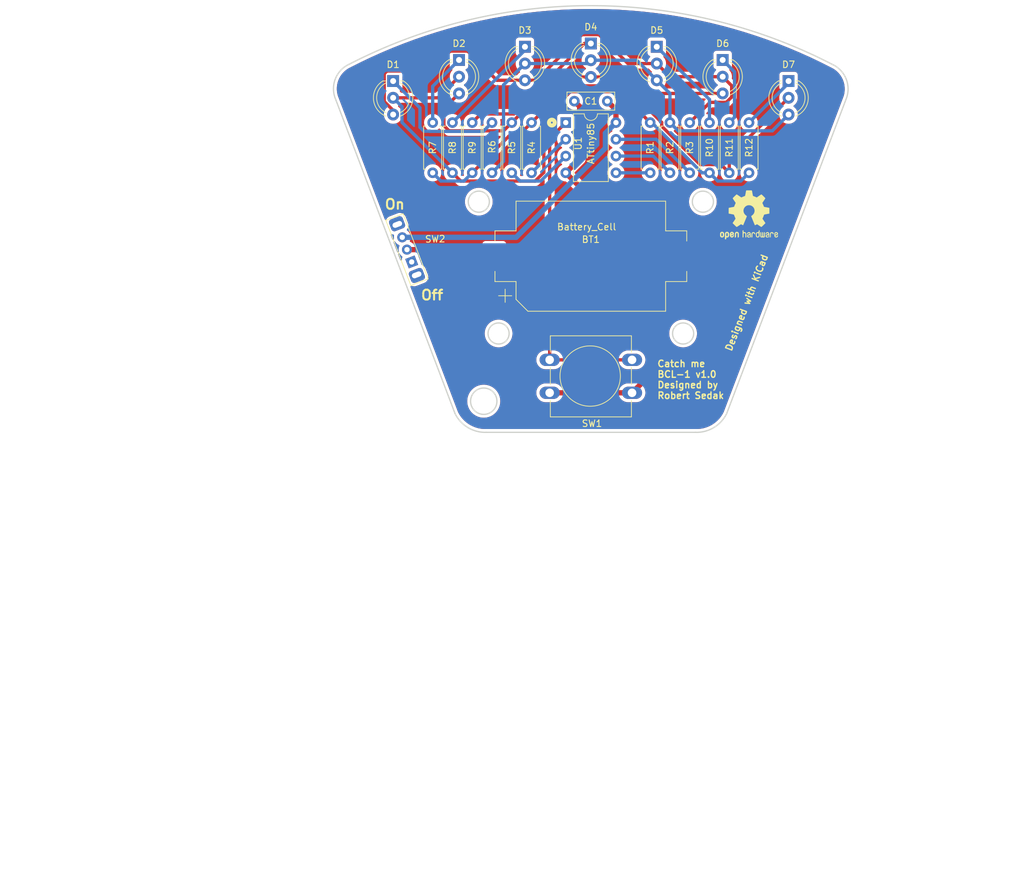
<source format=kicad_pcb>
(kicad_pcb (version 20211014) (generator pcbnew)
  (title_block (title "ATtiny85 Catch me Bi-color LED 1") (date "2025-10-23") (rev "1.0") (company "Designed by Robert Sedak") (comment 1 "License: CC-BY-SA 4.0") (comment 4 "Open Source Hardware (OSHW)"))
  (layers (0 "F.Cu" signal) (31 "B.Cu" signal) (34 "B.Paste" user) (35 "F.Paste" user) (36 "B.SilkS" user "B.Silkscreen") (37 "F.SilkS" user "F.Silkscreen") (38 "B.Mask" user) (39 "F.Mask" user) (44 "Edge.Cuts" user))
  (net 0 "")
  (net 1 "Net-(SW1-Pad2)")
  (net 2 "PB1")
  (net 3 "Net-(BT1-Pad2)")
  (net 4 "Net-(BT1-Pad1)")
  (net 5 "Net-(C1-Pad1)")
  (net 7 "PB0R")
  (net 8 "PB1R")
  (net 9 "PB2")
  (net 10 "Net-(D1-Pad1)")
  (net 11 "Net-(D2-Pad1)")
  (net 12 "PB0")
  (net 13 "PB2R")
  (net 14 "Net-(D3-Pad1)")
  (net 15 "PB3R")
  (net 16 "Net-(D4-Pad1)")
  (net 17 "PB4R")
  (net 18 "Net-(D5-Pad1)")
  (net 19 "Net-(D6-Pad1)")
  (net 20 "Net-(D7-Pad1)")
  (net 21 "PB3")
  (net 22 "PB4")
  (footprint "Project related:SW_Slide_SPDT_1P2TC_right_angle" (layer "F.Cu") (at 77.1 101.275 -159)
    (fp_text reference "SW2" (at -4.572542 -0.035618 1) (layer "F.SilkS"))
    (fp_text value "SW_Push_SPDT")
    (pad "" thru_hole roundrect (at 0 -4.1 201) (size 2.2 1.9) (drill oval 1.5 0.8 (offset 0 -0.1)) (layers *.Cu *.Mask))
    (pad "" thru_hole roundrect (at 0 4.1 201) (size 2.2 1.9) (drill oval 1.5 0.8 (offset 0 0.1)) (layers *.Cu *.Mask))
    (pad "1" thru_hole rect (at 0 -2 201) (size 1.524 1.524) (drill 0.8) (layers *.Cu *.Mask))
    (pad "2" thru_hole circle (at 0 0 201) (size 1.524 1.524) (drill 0.8) (layers *.Cu *.Mask) (net 4 "Net-(BT1-Pad1)"))
    (pad "3" thru_hole circle (at 0 2 201) (size 1.524 1.524) (drill 0.8) (layers *.Cu *.Mask) (net 5 "Net-(C1-Pad1)"))
  )
  (footprint "Resistor_THT:R_Axial_DIN0207_L6.3mm_D2.5mm_P7.62mm_Horizontal" (layer "F.Cu") (at 120 89.62 90)
    (fp_text reference "R3" (at 3.81 0 90) (layer "F.SilkS"))
    (fp_text value "120R")
    (pad "1" thru_hole circle (at 0 0 90) (size 1.6 1.6) (drill 0.8) (layers *.Cu *.Mask) (net 9 "PB2"))
    (pad "2" thru_hole oval (at 7.62 0 90) (size 1.6 1.6) (drill 0.8) (layers *.Cu *.Mask) (net 13 "PB2R"))
  )
  (footprint "Resistor_THT:R_Axial_DIN0207_L6.3mm_D2.5mm_P7.62mm_Horizontal" (layer "F.Cu") (at 117 89.62 90)
    (fp_text reference "R2" (at 3.81 0 90) (layer "F.SilkS"))
    (fp_text value "120R")
    (pad "1" thru_hole circle (at 0 0 90) (size 1.6 1.6) (drill 0.8) (layers *.Cu *.Mask) (net 2 "PB1"))
    (pad "2" thru_hole oval (at 7.62 0 90) (size 1.6 1.6) (drill 0.8) (layers *.Cu *.Mask) (net 8 "PB1R"))
  )
  (footprint "Resistor_THT:R_Axial_DIN0207_L6.3mm_D2.5mm_P7.62mm_Horizontal" (layer "F.Cu") (at 114 89.62 90)
    (fp_text reference "R1" (at 3.81 0 90) (layer "F.SilkS"))
    (fp_text value "120R")
    (pad "1" thru_hole circle (at 0 0 90) (size 1.6 1.6) (drill 0.8) (layers *.Cu *.Mask) (net 12 "PB0"))
    (pad "2" thru_hole oval (at 7.62 0 90) (size 1.6 1.6) (drill 0.8) (layers *.Cu *.Mask) (net 7 "PB0R"))
  )
  (footprint "Resistor_THT:R_Axial_DIN0207_L6.3mm_D2.5mm_P7.62mm_Horizontal" (layer "F.Cu") (at 96 89.62 90)
    (fp_text reference "R4" (at 3.81 0 90) (layer "F.SilkS"))
    (fp_text value "120R")
    (pad "1" thru_hole circle (at 0 0 90) (size 1.6 1.6) (drill 0.8) (layers *.Cu *.Mask) (net 21 "PB3"))
    (pad "2" thru_hole oval (at 7.62 0 90) (size 1.6 1.6) (drill 0.8) (layers *.Cu *.Mask) (net 15 "PB3R"))
  )
  (footprint "Package_DIP:DIP-8_W7.62mm" (layer "F.Cu") (at 101.19 82)
    (fp_text reference "U1" (at 1.905 3.175 90) (layer "F.SilkS"))
    (fp_text value "ATtiny85" (at 3.81 3.175 90) (layer "F.SilkS"))
    (pad "1" thru_hole rect (at 0 0) (size 1.6 1.6) (drill 0.8) (layers *.Cu *.Mask) (net 1 "Net-(SW1-Pad2)"))
    (pad "2" thru_hole oval (at 0 2.54) (size 1.6 1.6) (drill 0.8) (layers *.Cu *.Mask) (net 21 "PB3"))
    (pad "3" thru_hole oval (at 0 5.08) (size 1.6 1.6) (drill 0.8) (layers *.Cu *.Mask) (net 22 "PB4"))
    (pad "4" thru_hole oval (at 0 7.62) (size 1.6 1.6) (drill 0.8) (layers *.Cu *.Mask) (net 3 "Net-(BT1-Pad2)"))
    (pad "5" thru_hole oval (at 7.62 7.62) (size 1.6 1.6) (drill 0.8) (layers *.Cu *.Mask) (net 12 "PB0"))
    (pad "6" thru_hole oval (at 7.62 5.08) (size 1.6 1.6) (drill 0.8) (layers *.Cu *.Mask) (net 2 "PB1"))
    (pad "7" thru_hole oval (at 7.62 2.54) (size 1.6 1.6) (drill 0.8) (layers *.Cu *.Mask) (net 9 "PB2"))
    (pad "8" thru_hole oval (at 7.62 0) (size 1.6 1.6) (drill 0.8) (layers *.Cu *.Mask) (net 5 "Net-(C1-Pad1)"))
  )
  (footprint "Project related:SW_PUSH-12mm" (layer "F.Cu") (at 111.25 123 180)
    (fp_text reference "SW1" (at 6.08 -4.66 180) (layer "F.SilkS"))
    (fp_text value "SW_Push")
    (pad "1" thru_hole oval (at 0 0 180) (size 3.048 1.85) (drill 1.3) (layers *.Cu *.Mask) (net 3 "Net-(BT1-Pad2)"))
    (pad "1" thru_hole oval (at 12.5 0 180) (size 3.048 1.85) (drill 1.3) (layers *.Cu *.Mask) (net 3 "Net-(BT1-Pad2)"))
    (pad "2" thru_hole oval (at 0 5 180) (size 3.048 1.85) (drill 1.3) (layers *.Cu *.Mask) (net 1 "Net-(SW1-Pad2)"))
    (pad "2" thru_hole oval (at 12.5 5 180) (size 3.048 1.85) (drill 1.3) (layers *.Cu *.Mask) (net 1 "Net-(SW1-Pad2)"))
  )
  (footprint "Battery:BatteryHolder_Keystone_1060_1x2032" (layer "F.Cu") (at 105 102.275)
    (fp_text reference "BT1" (at 0 -2.54) (layer "F.SilkS"))
    (fp_text value "Battery_Cell" (at -0.635 -4.445) (layer "F.SilkS"))
    (pad "1" smd rect (at -14.65 0 180) (size 2.6 3.6) (layers "F.Cu" "F.Paste" "F.Mask") (net 4 "Net-(BT1-Pad1)"))
    (pad "2" smd rect (at 14.65 0 180) (size 2.6 3.6) (layers "F.Cu" "F.Paste" "F.Mask") (net 3 "Net-(BT1-Pad2)"))
  )
  (footprint "Capacitor_THT:C_Rect_L7.0mm_W2.5mm_P5.00mm" (layer "F.Cu") (at 107.5 78.75 180)
    (fp_text reference "C1" (at 2.5 0 180) (layer "F.SilkS"))
    (fp_text value "0.1uF")
    (pad "1" thru_hole circle (at 0 0 180) (size 1.6 1.6) (drill 0.8) (layers *.Cu *.Mask) (net 5 "Net-(C1-Pad1)"))
    (pad "2" thru_hole circle (at 5 0 180) (size 1.6 1.6) (drill 0.8) (layers *.Cu *.Mask) (net 3 "Net-(BT1-Pad2)"))
  )
  (footprint "LED_THT:LED_D5.0mm-3" (layer "F.Cu") (at 125 72.5 -90)
    (fp_text reference "D6" (at -2.5 0 180) (layer "F.SilkS"))
    (fp_text value "LED_Dual_AKA")
    (pad "1" thru_hole rect (at 0 0 270) (size 1.8 1.8) (drill 0.9) (layers *.Cu *.Mask) (net 19 "Net-(D6-Pad1)"))
    (pad "2" thru_hole circle (at 2.54 0 270) (size 1.8 1.8) (drill 0.9) (layers *.Cu *.Mask) (net 13 "PB2R"))
    (pad "3" thru_hole circle (at 5.08 0 270) (size 1.8 1.8) (drill 0.9) (layers *.Cu *.Mask) (net 17 "PB4R"))
  )
  (footprint "LED_THT:LED_D5.0mm-3" (layer "F.Cu") (at 115 70.5 -90)
    (fp_text reference "D5" (at -2.5 0 180) (layer "F.SilkS"))
    (fp_text value "LED_Dual_AKA")
    (pad "1" thru_hole rect (at 0 0 270) (size 1.8 1.8) (drill 0.9) (layers *.Cu *.Mask) (net 18 "Net-(D5-Pad1)"))
    (pad "2" thru_hole circle (at 2.54 0 270) (size 1.8 1.8) (drill 0.9) (layers *.Cu *.Mask) (net 13 "PB2R"))
    (pad "3" thru_hole circle (at 5.08 0 270) (size 1.8 1.8) (drill 0.9) (layers *.Cu *.Mask) (net 8 "PB1R"))
  )
  (footprint "LED_THT:LED_D5.0mm-3" (layer "F.Cu") (at 85 72.5 -90)
    (fp_text reference "D2" (at -2.5 0 180) (layer "F.SilkS"))
    (fp_text value "LED_Dual_AKA")
    (pad "1" thru_hole rect (at 0 0 270) (size 1.8 1.8) (drill 0.9) (layers *.Cu *.Mask) (net 11 "Net-(D2-Pad1)"))
    (pad "2" thru_hole circle (at 2.54 0 270) (size 1.8 1.8) (drill 0.9) (layers *.Cu *.Mask) (net 7 "PB0R"))
    (pad "3" thru_hole circle (at 5.08 0 270) (size 1.8 1.8) (drill 0.9) (layers *.Cu *.Mask) (net 17 "PB4R"))
  )
  (footprint "Resistor_THT:R_Axial_DIN0207_L6.3mm_D2.5mm_P7.62mm_Horizontal" (layer "F.Cu") (at 81 82 -90)
    (fp_text reference "R7" (at 3.81 0 90) (layer "F.SilkS"))
    (fp_text value "120R")
    (pad "1" thru_hole circle (at 0 0 270) (size 1.6 1.6) (drill 0.8) (layers *.Cu *.Mask) (net 11 "Net-(D2-Pad1)"))
    (pad "2" thru_hole oval (at 7.62 0 270) (size 1.6 1.6) (drill 0.8) (layers *.Cu *.Mask) (net 15 "PB3R"))
  )
  (footprint "Resistor_THT:R_Axial_DIN0207_L6.3mm_D2.5mm_P7.62mm_Horizontal" (layer "F.Cu") (at 87 82 -90)
    (fp_text reference "R9" (at 3.81 0 90) (layer "F.SilkS"))
    (fp_text value "120R")
    (pad "1" thru_hole circle (at 0 0 270) (size 1.6 1.6) (drill 0.8) (layers *.Cu *.Mask) (net 16 "Net-(D4-Pad1)"))
    (pad "2" thru_hole oval (at 7.62 0 270) (size 1.6 1.6) (drill 0.8) (layers *.Cu *.Mask) (net 15 "PB3R"))
  )
  (footprint "LED_THT:LED_D5.0mm-3" (layer "F.Cu") (at 105 70 -90)
    (fp_text reference "D4" (at -2.5 0 180) (layer "F.SilkS"))
    (fp_text value "LED_Dual_AKA")
    (pad "1" thru_hole rect (at 0 0 270) (size 1.8 1.8) (drill 0.9) (layers *.Cu *.Mask) (net 16 "Net-(D4-Pad1)"))
    (pad "2" thru_hole circle (at 2.54 0 270) (size 1.8 1.8) (drill 0.9) (layers *.Cu *.Mask) (net 8 "PB1R"))
    (pad "3" thru_hole circle (at 5.08 0 270) (size 1.8 1.8) (drill 0.9) (layers *.Cu *.Mask) (net 17 "PB4R"))
  )
  (footprint "LED_THT:LED_D5.0mm-3" (layer "F.Cu") (at 95 70.5 -90)
    (fp_text reference "D3" (at -2.5 0 180) (layer "F.SilkS"))
    (fp_text value "LED_Dual_AKA")
    (pad "1" thru_hole rect (at 0 0 270) (size 1.8 1.8) (drill 0.9) (layers *.Cu *.Mask) (net 14 "Net-(D3-Pad1)"))
    (pad "2" thru_hole circle (at 2.54 0 270) (size 1.8 1.8) (drill 0.9) (layers *.Cu *.Mask) (net 8 "PB1R"))
    (pad "3" thru_hole circle (at 5.08 0 270) (size 1.8 1.8) (drill 0.9) (layers *.Cu *.Mask) (net 13 "PB2R"))
  )
  (footprint "Resistor_THT:R_Axial_DIN0207_L6.3mm_D2.5mm_P7.62mm_Horizontal" (layer "F.Cu") (at 126 82 -90)
    (fp_text reference "R11" (at 3.81 0 90) (layer "F.SilkS"))
    (fp_text value "120R")
    (pad "1" thru_hole circle (at 0 0 270) (size 1.6 1.6) (drill 0.8) (layers *.Cu *.Mask) (net 19 "Net-(D6-Pad1)"))
    (pad "2" thru_hole oval (at 7.62 0 270) (size 1.6 1.6) (drill 0.8) (layers *.Cu *.Mask) (net 15 "PB3R"))
  )
  (footprint "Resistor_THT:R_Axial_DIN0207_L6.3mm_D2.5mm_P7.62mm_Horizontal" (layer "F.Cu") (at 90 82 -90)
    (fp_text reference "R6" (at 3.674 0 90) (layer "F.SilkS"))
    (fp_text value "120R")
    (pad "1" thru_hole circle (at 0 0 270) (size 1.6 1.6) (drill 0.8) (layers *.Cu *.Mask) (net 10 "Net-(D1-Pad1)"))
    (pad "2" thru_hole oval (at 7.62 0 270) (size 1.6 1.6) (drill 0.8) (layers *.Cu *.Mask) (net 8 "PB1R"))
  )
  (footprint "Resistor_THT:R_Axial_DIN0207_L6.3mm_D2.5mm_P7.62mm_Horizontal" (layer "F.Cu") (at 123 82 -90)
    (fp_text reference "R10" (at 3.81 0 90) (layer "F.SilkS"))
    (fp_text value "120R")
    (pad "1" thru_hole circle (at 0 0 270) (size 1.6 1.6) (drill 0.8) (layers *.Cu *.Mask) (net 18 "Net-(D5-Pad1)"))
    (pad "2" thru_hole oval (at 7.62 0 270) (size 1.6 1.6) (drill 0.8) (layers *.Cu *.Mask) (net 7 "PB0R"))
  )
  (footprint "Symbol:OSHW-Logo2_9.8x8mm_SilkScreen" (layer "F.Cu") (at 129 96)
    (fp_text reference "REF**" hide)
    (fp_text value "OSHW-Logo2_9.8x8mm_SilkScreen" hide)
  )
  (footprint "Resistor_THT:R_Axial_DIN0207_L6.3mm_D2.5mm_P7.62mm_Horizontal" (layer "F.Cu") (at 84 82 -90)
    (fp_text reference "R8" (at 3.81 0 90) (layer "F.SilkS"))
    (fp_text value "120R")
    (pad "1" thru_hole circle (at 0 0 270) (size 1.6 1.6) (drill 0.8) (layers *.Cu *.Mask) (net 14 "Net-(D3-Pad1)"))
    (pad "2" thru_hole oval (at 7.62 0 270) (size 1.6 1.6) (drill 0.8) (layers *.Cu *.Mask) (net 7 "PB0R"))
  )
  (footprint "LED_THT:LED_D5.0mm-3" (layer "F.Cu") (at 135 75.7 -90)
    (fp_text reference "D7" (at -2.5 0 180) (layer "F.SilkS"))
    (fp_text value "LED_Dual_AKA")
    (pad "1" thru_hole rect (at 0 0 270) (size 1.8 1.8) (drill 0.9) (layers *.Cu *.Mask) (net 20 "Net-(D7-Pad1)"))
    (pad "2" thru_hole circle (at 2.54 0 270) (size 1.8 1.8) (drill 0.9) (layers *.Cu *.Mask) (net 15 "PB3R"))
    (pad "3" thru_hole circle (at 5.08 0 270) (size 1.8 1.8) (drill 0.9) (layers *.Cu *.Mask) (net 8 "PB1R"))
  )
  (footprint "Resistor_THT:R_Axial_DIN0207_L6.3mm_D2.5mm_P7.62mm_Horizontal" (layer "F.Cu") (at 93 89.62 90)
    (fp_text reference "R5" (at 3.81 0 90) (layer "F.SilkS"))
    (fp_text value "120R")
    (pad "1" thru_hole circle (at 0 0 90) (size 1.6 1.6) (drill 0.8) (layers *.Cu *.Mask) (net 22 "PB4"))
    (pad "2" thru_hole oval (at 7.62 0 90) (size 1.6 1.6) (drill 0.8) (layers *.Cu *.Mask) (net 17 "PB4R"))
  )
  (footprint "LED_THT:LED_D5.0mm-3" (layer "F.Cu") (at 75 75.7 -90)
    (fp_text reference "D1" (at -2.5 0 180) (layer "F.SilkS"))
    (fp_text value "LED_Dual_AKA")
    (pad "1" thru_hole rect (at 0 0 270) (size 1.8 1.8) (drill 0.9) (layers *.Cu *.Mask) (net 10 "Net-(D1-Pad1)"))
    (pad "2" thru_hole circle (at 2.54 0 270) (size 1.8 1.8) (drill 0.9) (layers *.Cu *.Mask) (net 7 "PB0R"))
    (pad "3" thru_hole circle (at 5.08 0 270) (size 1.8 1.8) (drill 0.9) (layers *.Cu *.Mask) (net 13 "PB2R"))
  )
  (footprint "Resistor_THT:R_Axial_DIN0207_L6.3mm_D2.5mm_P7.62mm_Horizontal" (layer "F.Cu") (at 129 82 -90)
    (fp_text reference "R12" (at 3.81 0 -270) (layer "F.SilkS"))
    (fp_text value "120R")
    (pad "1" thru_hole circle (at 0 0 270) (size 1.6 1.6) (drill 0.8) (layers *.Cu *.Mask) (net 20 "Net-(D7-Pad1)"))
    (pad "2" thru_hole oval (at 7.62 0 270) (size 1.6 1.6) (drill 0.8) (layers *.Cu *.Mask) (net 7 "PB0R"))
  )
  (gr_circle (center 99.0854 82) (end 99.2268 82) (layer "F.SilkS") (width 0.6) (fill none))
  (gr_circle (center 88 94) (end 89.6 94) (layer "Edge.Cuts") (width 0.2) (fill none))
  (gr_line (start 89.124 129) (end 120.876 129) (layer "Edge.Cuts") (width 0.2))
  (gr_circle (center 122 94) (end 123.6 94) (layer "Edge.Cuts") (width 0.2) (fill none))
  (gr_line (start 66.294 78.516806) (end 84.377147 126.116431) (layer "Edge.Cuts") (width 0.2))
  (gr_circle (center 88.75 124.275) (end 90.75 124.275) (layer "Edge.Cuts") (width 0.2) (fill none))
  (gr_arc (start 66.294 78.516806) (mid 66.212529 75.416057) (end 68.326 73.152) (layer "Edge.Cuts") (width 0.2))
  (gr_arc (start 89.124 129) (mid 86.324345 128.259861) (end 84.377147 126.116431) (layer "Edge.Cuts") (width 0.2))
  (gr_circle (center 91 114) (end 92.6 114) (layer "Edge.Cuts") (width 0.2) (fill none))
  (gr_circle (center 119 114) (end 120.6 114) (layer "Edge.Cuts") (width 0.2) (fill none))
  (gr_arc (start 68.326 73.152) (mid 105.002966 64.25812) (end 141.667009 73.182806) (layer "Edge.Cuts") (width 0.2))
  (gr_arc (start 125.622853 126.116431) (mid 123.677503 128.262903) (end 120.876 129) (layer "Edge.Cuts") (width 0.2))
  (gr_line (start 125.622853 126.116431) (end 143.699009 78.516806) (layer "Edge.Cuts") (width 0.2))
  (gr_arc (start 141.667009 73.182806) (mid 143.760059 75.439501) (end 143.699009 78.516806) (layer "Edge.Cuts") (width 0.2))
  (gr_text "Off" (at 80.925 108.175) (layer "F.SilkS") (effects (font (size 1.5 1.5) (thickness 0.3))))
  (gr_text "On" (at 75.25 94.4) (layer "F.SilkS") (effects (font (size 1.5 1.5) (thickness 0.3))))
  (gr_text "Designed with KiCad" (at 128.651 109.3216 69) (layer "F.SilkS") (effects (font (size 1 1) (thickness 0.2))))
  (gr_text "Catch me\nBCL-1 v1.0\nDesigned by \nRobert Sedak" (at 115 121) (layer "F.SilkS") (effects (font (size 1 1) (thickness 0.2)) (justify left)))
  (segment (start 101.19 82) (end 98.75 84.44) (width 0.5) (layer "F.Cu") (net 1))
  (segment (start 98.75 118) (end 111.25 118) (width 0.5) (layer "F.Cu") (net 1))
  (segment (start 98.75 84.44) (end 98.75 118) (width 0.5) (layer "F.Cu") (net 1))
  (segment (start 108.81 87.08) (end 114.46 87.08) (width 0.5) (layer "B.Cu") (net 2))
  (segment (start 114.46 87.08) (end 117 89.62) (width 0.5) (layer "B.Cu") (net 2))
  (segment (start 113.845 102.275) (end 101.19 89.62) (width 0.8) (layer "F.Cu") (net 3))
  (segment (start 103.299999 79.549999) (end 103.299999 87.510001) (width 0.8) (layer "F.Cu") (net 3))
  (segment (start 114.4778 119.7722) (end 114.4778 107.4472) (width 0.8) (layer "F.Cu") (net 3))
  (segment (start 111.25 123) (end 114.4778 119.7722) (width 0.8) (layer "F.Cu") (net 3))
  (segment (start 114.4778 107.4472) (end 119.65 102.275) (width 0.8) (layer "F.Cu") (net 3))
  (segment (start 103.299999 87.510001) (end 101.19 89.62) (width 0.8) (layer "F.Cu") (net 3))
  (segment (start 98.75 123) (end 111.25 123) (width 0.8) (layer "F.Cu") (net 3))
  (segment (start 119.65 102.275) (end 113.845 102.275) (width 0.8) (layer "F.Cu") (net 3))
  (segment (start 102.5 78.75) (end 103.299999 79.549999) (width 0.8) (layer "F.Cu") (net 3))
  (segment (start 77.1 101.275) (end 89.35 101.275) (width 0.8) (layer "F.Cu") (net 4))
  (segment (start 89.35 101.275) (end 90.35 102.275) (width 0.8) (layer "F.Cu") (net 4))
  (segment (start 108.81 80.06) (end 107.5 78.75) (width 0.8) (layer "F.Cu") (net 5))
  (segment (start 108.81 82) (end 108.81 80.06) (width 0.8) (layer "F.Cu") (net 5))
  (segment (start 93.664903 99.407839) (end 107.21 85.862742) (width 0.8) (layer "B.Cu") (net 5))
  (segment (start 107.21 85.862742) (end 107.21 83.6) (width 0.8) (layer "B.Cu") (net 5))
  (segment (start 76.383264 99.407839) (end 93.664903 99.407839) (width 0.8) (layer "B.Cu") (net 5))
  (segment (start 107.21 83.6) (end 108.81 82) (width 0.8) (layer "B.Cu") (net 5))
  (segment (start 81.8 78.24) (end 85 75.04) (width 0.5) (layer "F.Cu") (net 7))
  (segment (start 97.8662 89.5604) (end 96.5566 90.87) (width 0.5) (layer "F.Cu") (net 7))
  (segment (start 114 82) (end 109.3 77.3) (width 0.5) (layer "F.Cu") (net 7))
  (segment (start 85.25 90.87) (end 84 89.62) (width 0.5) (layer "F.Cu") (net 7))
  (segment (start 75 78.24) (end 81.8 78.24) (width 0.5) (layer "F.Cu") (net 7))
  (segment (start 101.89939 77.3) (end 97.8662 81.33319) (width 0.5) (layer "F.Cu") (net 7))
  (segment (start 109.3 77.3) (end 101.89939 77.3) (width 0.5) (layer "F.Cu") (net 7))
  (segment (start 97.8662 81.33319) (end 97.8662 89.5604) (width 0.5) (layer "F.Cu") (net 7))
  (segment (start 85.25 90.87) (end 96.5566 90.87) (width 0.5) (layer "F.Cu") (net 7))
  (segment (start 76.35 81.97) (end 76.35 79.59) (width 0.5) (layer "B.Cu") (net 7))
  (segment (start 114.24863 82) (end 114 82) (width 0.5) (layer "B.Cu") (net 7))
  (segment (start 76.35 79.59) (end 75 78.24) (width 0.5) (layer "B.Cu") (net 7))
  (segment (start 124.25 90.87) (end 127.75 90.87) (width 0.5) (layer "B.Cu") (net 7))
  (segment (start 123 89.62) (end 124.25 90.87) (width 0.5) (layer "B.Cu") (net 7))
  (segment (start 84 89.62) (end 76.35 81.97) (width 0.5) (layer "B.Cu") (net 7))
  (segment (start 123 89.62) (end 121.86863 89.62) (width 0.5) (layer "B.Cu") (net 7))
  (segment (start 121.86863 89.62) (end 114.24863 82) (width 0.5) (layer "B.Cu") (net 7))
  (segment (start 127.75 90.87) (end 129 89.62) (width 0.5) (layer "B.Cu") (net 7))
  (segment (start 117 77.58) (end 115 75.58) (width 0.5) (layer "B.Cu") (net 8))
  (segment (start 132.53 83.25) (end 135 80.78) (width 0.5) (layer "B.Cu") (net 8))
  (segment (start 91.75 87.87) (end 90 89.62) (width 0.5) (layer "B.Cu") (net 8))
  (segment (start 117 82) (end 118.25 83.25) (width 0.5) (layer "B.Cu") (net 8))
  (segment (start 111.96 72.54) (end 115 75.58) (width 0.5) (layer "B.Cu") (net 8))
  (segment (start 95 73.04) (end 91.75 76.29) (width 0.5) (layer "B.Cu") (net 8))
  (segment (start 118.25 83.25) (end 132.53 83.25) (width 0.5) (layer "B.Cu") (net 8))
  (segment (start 104.5 73.04) (end 105 72.54) (width 0.5) (layer "B.Cu") (net 8))
  (segment (start 95 73.04) (end 104.5 73.04) (width 0.5) (layer "B.Cu") (net 8))
  (segment (start 105 72.54) (end 111.96 72.54) (width 0.5) (layer "B.Cu") (net 8))
  (segment (start 117 82) (end 117 77.58) (width 0.5) (layer "B.Cu") (net 8))
  (segment (start 91.75 76.29) (end 91.75 87.87) (width 0.5) (layer "B.Cu") (net 8))
  (segment (start 120 89.62) (end 114.92 84.54) (width 0.5) (layer "B.Cu") (net 9))
  (segment (start 114.92 84.54) (end 108.81 84.54) (width 0.5) (layer "B.Cu") (net 9))
  (segment (start 90 82) (end 88.6626 83.3374) (width 0.5) (layer "B.Cu") (net 10))
  (segment (start 79.070617 82.702817) (end 79.070617 79.770617) (width 0.5) (layer "B.Cu") (net 10))
  (segment (start 79.070617 79.770617) (end 75 75.7) (width 0.5) (layer "B.Cu") (net 10))
  (segment (start 80.569633 83.3374) (end 80.544233 83.312) (width 0.5) (layer "B.Cu") (net 10))
  (segment (start 88.6626 83.3374) (end 80.569633 83.3374) (width 0.5) (layer "B.Cu") (net 10))
  (segment (start 79.6798 83.312) (end 79.070617 82.702817) (width 0.5) (layer "B.Cu") (net 10))
  (segment (start 80.544233 83.312) (end 79.6798 83.312) (width 0.5) (layer "B.Cu") (net 10))
  (segment (start 81 76.5) (end 85 72.5) (width 0.5) (layer "B.Cu") (net 11))
  (segment (start 81 82) (end 81 76.5) (width 0.5) (layer "B.Cu") (net 11))
  (segment (start 108.81 89.62) (end 114 89.62) (width 0.5) (layer "B.Cu") (net 12))
  (segment (start 125.559189 78.93) (end 126.365 78.124189) (width 0.5) (layer "F.Cu") (net 13))
  (segment (start 83.65 71.15) (end 80.632 74.168) (width 0.5) (layer "F.Cu") (net 13))
  (segment (start 73.65 78.799189) (end 75 80.149189) (width 0.5) (layer "F.Cu") (net 13))
  (segment (start 103.65 68.65) (end 96.72 75.58) (width 0.5) (layer "F.Cu") (net 13))
  (segment (start 120 82) (end 123.07 78.93) (width 0.5) (layer "F.Cu") (net 13))
  (segment (start 96.72 75.58) (end 95 75.58) (width 0.5) (layer "F.Cu") (net 13))
  (segment (start 125 75.04) (end 117 75.04) (width 0.5) (layer "F.Cu") (net 13))
  (segment (start 117 75.04) (end 115 73.04) (width 0.5) (layer "F.Cu") (net 13))
  (segment (start 90.7438 75.58) (end 86.3138 71.15) (width 0.5) (layer "F.Cu") (net 13))
  (segment (start 126.365 76.405) (end 125 75.04) (width 0.5) (layer "F.Cu") (net 13))
  (segment (start 123.07 78.93) (end 125.559189 78.93) (width 0.5) (layer "F.Cu") (net 13))
  (segment (start 106.242 68.65) (end 110.632 73.04) (width 0.5) (layer "F.Cu") (net 13))
  (segment (start 80.632 74.168) (end 74.0664 74.168) (width 0.5) (layer "F.Cu") (net 13))
  (segment (start 126.365 78.124189) (end 126.365 76.405) (width 0.5) (layer "F.Cu") (net 13))
  (segment (start 86.3138 71.15) (end 83.65 71.15) (width 0.5) (layer "F.Cu") (net 13))
  (segment (start 106.242 68.65) (end 103.65 68.65) (width 0.5) (layer "F.Cu") (net 13))
  (segment (start 95 75.58) (end 90.7438 75.58) (width 0.5) (layer "F.Cu") (net 13))
  (segment (start 73.65 74.5844) (end 73.65 78.799189) (width 0.5) (layer "F.Cu") (net 13))
  (segment (start 75 80.149189) (end 75 80.78) (width 0.5) (layer "F.Cu") (net 13))
  (segment (start 110.632 73.04) (end 115 73.04) (width 0.5) (layer "F.Cu") (net 13))
  (segment (start 74.0664 74.168) (end 73.65 74.5844) (width 0.5) (layer "F.Cu") (net 13))
  (segment (start 95 71) (end 84 82) (width 0.5) (layer "B.Cu") (net 14))
  (segment (start 95 70.5) (end 95 71) (width 0.5) (layer "B.Cu") (net 14))
  (segment (start 87 89.62) (end 92.546 84.074) (width 0.5) (layer "F.Cu") (net 15))
  (segment (start 112.837967 79.0702) (end 112.06015 79.0702) (width 0.5) (layer "F.Cu") (net 15))
  (segment (start 115.75 81.982233) (end 112.837967 79.0702) (width 0.5) (layer "F.Cu") (net 15))
  (segment (start 126 89.62) (end 124.75 88.37) (width 0.5) (layer "F.Cu") (net 15))
  (segment (start 93.926 84.074) (end 96 82) (width 0.5) (layer "F.Cu") (net 15))
  (segment (start 126 87.24) (end 135 78.24) (width 0.5) (layer "F.Cu") (net 15))
  (segment (start 124.75 88.37) (end 121.5678 88.37) (width 0.5) (layer "F.Cu") (net 15))
  (segment (start 101.57 76.43) (end 96 82) (width 0.5) (layer "F.Cu") (net 15))
  (segment (start 115.75 82.5522) (end 115.75 81.982233) (width 0.5) (layer "F.Cu") (net 15))
  (segment (start 126 89.62) (end 126 87.24) (width 0.5) (layer "F.Cu") (net 15))
  (segment (start 109.41995 76.43) (end 101.57 76.43) (width 0.5) (layer "F.Cu") (net 15))
  (segment (start 92.546 84.074) (end 93.926 84.074) (width 0.5) (layer "F.Cu") (net 15))
  (segment (start 112.06015 79.0702) (end 109.41995 76.43) (width 0.5) (layer "F.Cu") (net 15))
  (segment (start 121.5678 88.37) (end 115.75 82.5522) (width 0.5) (layer "F.Cu") (net 15))
  (segment (start 85.75 90.87) (end 87 89.62) (width 0.5) (layer "B.Cu") (net 15))
  (segment (start 82.25 90.87) (end 85.75 90.87) (width 0.5) (layer "B.Cu") (net 15))
  (segment (start 81 89.62) (end 82.25 90.87) (width 0.5) (layer "B.Cu") (net 15))
  (segment (start 105 70) (end 104.01005 70) (width 0.5) (layer "F.Cu") (net 16))
  (segment (start 93.32005 80.69) (end 88.31 80.69) (width 0.5) (layer "F.Cu") (net 16))
  (segment (start 88.31 80.69) (end 87 82) (width 0.5) (layer "F.Cu") (net 16))
  (segment (start 104.01005 70) (end 93.32005 80.69) (width 0.5) (layer "F.Cu") (net 16))
  (segment (start 105 75.08) (end 99.92 75.08) (width 0.5) (layer "F.Cu") (net 17))
  (segment (start 82.7024 79.8776) (end 85 77.58) (width 0.5) (layer "F.Cu") (net 17))
  (segment (start 93 82) (end 91.75 83.25) (width 0.5) (layer "F.Cu") (net 17))
  (segment (start 82.7024 82.470167) (end 82.7024 79.8776) (width 0.5) (layer "F.Cu") (net 17))
  (segment (start 112.124 77.58) (end 109.624 75.08) (width 0.5) (layer "F.Cu") (net 17))
  (segment (start 109.624 75.08) (end 105 75.08) (width 0.5) (layer "F.Cu") (net 17))
  (segment (start 83.482233 83.25) (end 82.7024 82.470167) (width 0.5) (layer "F.Cu") (net 17))
  (segment (start 125 77.58) (end 112.124 77.58) (width 0.5) (layer "F.Cu") (net 17))
  (segment (start 99.92 75.08) (end 93 82) (width 0.5) (layer "F.Cu") (net 17))
  (segment (start 91.75 83.25) (end 83.482233 83.25) (width 0.5) (layer "F.Cu") (net 17))
  (segment (start 123 78.5) (end 115 70.5) (width 0.5) (layer "B.Cu") (net 18))
  (segment (start 123 82) (end 123 78.5) (width 0.5) (layer "B.Cu") (net 18))
  (segment (start 126.799999 81.200001) (end 126.799999 74.299999) (width 0.5) (layer "B.Cu") (net 19))
  (segment (start 126 82) (end 126.799999 81.200001) (width 0.5) (layer "B.Cu") (net 19))
  (segment (start 126.799999 74.299999) (end 125 72.5) (width 0.5) (layer "B.Cu") (net 19))
  (segment (start 135 76) (end 135 75.7) (width 0.5) (layer "B.Cu") (net 20))
  (segment (start 129 82) (end 135 76) (width 0.5) (layer "B.Cu") (net 20))
  (segment (start 101.08 84.54) (end 101.19 84.54) (width 0.5) (layer "B.Cu") (net 21))
  (segment (start 96 89.62) (end 101.08 84.54) (width 0.5) (layer "B.Cu") (net 21))
  (segment (start 94.25 90.87) (end 97.4 90.87) (width 0.5) (layer "B.Cu") (net 22))
  (segment (start 93 89.62) (end 94.25 90.87) (width 0.5) (layer "B.Cu") (net 22))
  (segment (start 97.4 90.87) (end 101.19 87.08) (width 0.5) (layer "B.Cu") (net 22))
  (zone (net 0) (net_name "") (layer "F.Cu") (connect_pads (clearance 0.508)) (min_thickness 0.254) (fill yes (thermal_gap 0.508) (thermal_bridge_width 0.508))
    (polygon (pts (xy 149.420455 63.83504) (xy 124.491328 130.271281) (xy 124.495455 130.63504) (xy 85.120455 130.21004) (xy 59.020455 64.23504)))
  )
  (zone (net 0) (net_name "") (layer "B.Cu") (connect_pads (clearance 0.508)) (min_thickness 0.254) (fill yes (thermal_gap 0.508) (thermal_bridge_width 0.508))
    (polygon (pts (xy 149.725 63.4) (xy 124.795873 129.836241) (xy 124.8 130.2) (xy 85.425 129.775) (xy 59.325 63.8)))
  )
)
</source>
